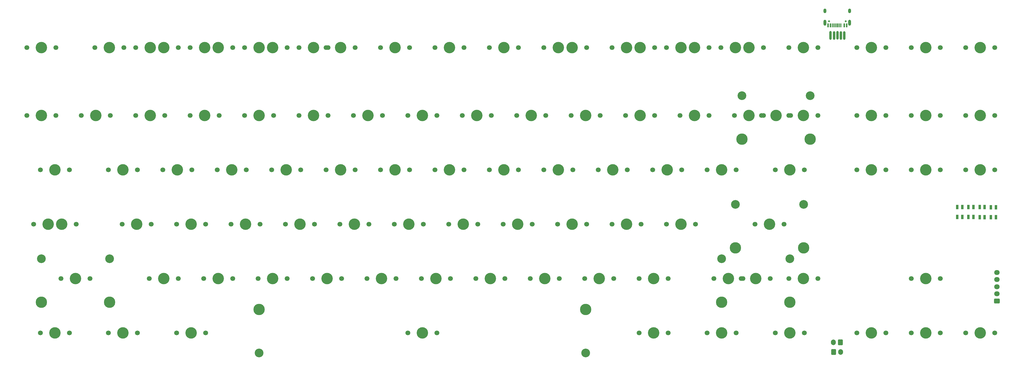
<source format=gbr>
%TF.GenerationSoftware,KiCad,Pcbnew,8.99.0-2209-g89a3b7baa5*%
%TF.CreationDate,2024-09-04T15:50:09+07:00*%
%TF.ProjectId,merisi_ob,6d657269-7369-45f6-9f62-2e6b69636164,rev?*%
%TF.SameCoordinates,Original*%
%TF.FileFunction,Soldermask,Top*%
%TF.FilePolarity,Negative*%
%FSLAX46Y46*%
G04 Gerber Fmt 4.6, Leading zero omitted, Abs format (unit mm)*
G04 Created by KiCad (PCBNEW 8.99.0-2209-g89a3b7baa5) date 2024-09-04 15:50:09*
%MOMM*%
%LPD*%
G01*
G04 APERTURE LIST*
G04 Aperture macros list*
%AMRoundRect*
0 Rectangle with rounded corners*
0 $1 Rounding radius*
0 $2 $3 $4 $5 $6 $7 $8 $9 X,Y pos of 4 corners*
0 Add a 4 corners polygon primitive as box body*
4,1,4,$2,$3,$4,$5,$6,$7,$8,$9,$2,$3,0*
0 Add four circle primitives for the rounded corners*
1,1,$1+$1,$2,$3*
1,1,$1+$1,$4,$5*
1,1,$1+$1,$6,$7*
1,1,$1+$1,$8,$9*
0 Add four rect primitives between the rounded corners*
20,1,$1+$1,$2,$3,$4,$5,0*
20,1,$1+$1,$4,$5,$6,$7,0*
20,1,$1+$1,$6,$7,$8,$9,0*
20,1,$1+$1,$8,$9,$2,$3,0*%
G04 Aperture macros list end*
%ADD10C,0.650000*%
%ADD11R,0.600000X1.450000*%
%ADD12R,0.300000X1.450000*%
%ADD13O,1.000000X2.100000*%
%ADD14O,1.000000X1.600000*%
%ADD15C,1.700000*%
%ADD16C,4.000000*%
%ADD17O,0.800000X3.000000*%
%ADD18C,3.048000*%
%ADD19C,3.987800*%
%ADD20R,0.850000X1.600000*%
%ADD21RoundRect,0.250000X0.725000X-0.600000X0.725000X0.600000X-0.725000X0.600000X-0.725000X-0.600000X0*%
%ADD22O,1.950000X1.700000*%
%ADD23RoundRect,0.250000X-0.600000X-0.750000X0.600000X-0.750000X0.600000X0.750000X-0.600000X0.750000X0*%
%ADD24O,1.700000X2.000000*%
%ADD25RoundRect,0.250000X0.600000X0.750000X-0.600000X0.750000X-0.600000X-0.750000X0.600000X-0.750000X0*%
G04 APERTURE END LIST*
D10*
%TO.C,J3*%
X505890000Y478000000D03*
X500110000Y478000000D03*
D11*
X506250000Y476555000D03*
X505450000Y476555000D03*
D12*
X504250000Y476555000D03*
X503250000Y476555000D03*
X502750000Y476555000D03*
X501750000Y476555000D03*
D11*
X500550000Y476555000D03*
X499750000Y476555000D03*
X499750000Y476555000D03*
X500550000Y476555000D03*
D12*
X501250000Y476555000D03*
X502250000Y476555000D03*
X503750000Y476555000D03*
D11*
X505450000Y476555000D03*
X506250000Y476555000D03*
D13*
X507320000Y477470000D03*
D14*
X507320000Y481650000D03*
D13*
X498680000Y477470000D03*
D14*
X498680000Y481650000D03*
%TD*%
D15*
%TO.C,SW35*%
X528875770Y468763298D03*
D16*
X533955770Y468763298D03*
D15*
X539035770Y468763298D03*
%TD*%
%TO.C,SW47*%
X438388270Y425900798D03*
D16*
X443468270Y425900798D03*
D15*
X448548270Y425900798D03*
%TD*%
%TO.C,SW71*%
X338375770Y387800798D03*
D16*
X343455770Y387800798D03*
D15*
X348535770Y387800798D03*
%TD*%
%TO.C,SW2002*%
X276463270Y468763298D03*
D16*
X281543270Y468763298D03*
D15*
X286623270Y468763298D03*
%TD*%
%TO.C,SW61*%
X386000770Y406850798D03*
D16*
X391080770Y406850798D03*
D15*
X396160770Y406850798D03*
%TD*%
%TO.C,SW3*%
X257413270Y444950798D03*
D16*
X262493270Y444950798D03*
D15*
X267573270Y444950798D03*
%TD*%
D17*
%TO.C,REF\u002A\u002A*%
X500620000Y473050000D03*
X500620000Y473060000D03*
%TD*%
D15*
%TO.C,SW13*%
X447913270Y444950798D03*
D16*
X452993270Y444950798D03*
D15*
X458073270Y444950798D03*
%TD*%
%TO.C,SW95*%
X509825770Y368750798D03*
D16*
X514905770Y368750798D03*
D15*
X519985770Y368750798D03*
%TD*%
D18*
%TO.C,SW65*%
X224435870Y394785798D03*
D19*
X224435870Y379545798D03*
D15*
X231293870Y387800798D03*
D16*
X236373870Y387800798D03*
D15*
X241453870Y387800798D03*
D18*
X248311870Y394785798D03*
D19*
X248311870Y379545798D03*
%TD*%
D18*
%TO.C,SW1000*%
X462486770Y394785798D03*
D19*
X462486770Y379545798D03*
D15*
X469344770Y387800798D03*
D16*
X474424770Y387800798D03*
D15*
X479504770Y387800798D03*
D18*
X486362770Y394785798D03*
D19*
X486362770Y379545798D03*
%TD*%
D15*
%TO.C,SW18*%
X547925770Y444950798D03*
D16*
X553005770Y444950798D03*
D15*
X558085770Y444950798D03*
%TD*%
%TO.C,SW80*%
X486013270Y387800798D03*
D16*
X491093270Y387800798D03*
D15*
X496173270Y387800798D03*
%TD*%
%TO.C,SW72*%
X357425770Y387800798D03*
D16*
X362505770Y387800798D03*
D15*
X367585770Y387800798D03*
%TD*%
D18*
%TO.C,SW1001*%
X469630270Y451935798D03*
D19*
X469630270Y436695798D03*
D15*
X476488270Y444950798D03*
D16*
X481568270Y444950798D03*
D15*
X486648270Y444950798D03*
D18*
X493506270Y451935798D03*
D19*
X493506270Y436695798D03*
%TD*%
D15*
%TO.C,SW4*%
X276463270Y444950798D03*
D16*
X281543270Y444950798D03*
D15*
X286623270Y444950798D03*
%TD*%
%TO.C,SW29*%
X405050770Y468763298D03*
D16*
X410130770Y468763298D03*
D15*
X415210770Y468763298D03*
%TD*%
%TO.C,SW77*%
X224076270Y368750798D03*
D16*
X229156270Y368750798D03*
D15*
X234236270Y368750798D03*
%TD*%
%TO.C,SW76*%
X433625770Y387800798D03*
D16*
X438705770Y387800798D03*
D15*
X443785770Y387800798D03*
%TD*%
%TO.C,SW66*%
X262175770Y387800798D03*
D16*
X267255770Y387800798D03*
D15*
X272335770Y387800798D03*
%TD*%
D17*
%TO.C,REF\u002A\u002A*%
X503020000Y473070000D03*
X503020000Y473060000D03*
%TD*%
D15*
%TO.C,SW46*%
X419338270Y425900798D03*
D16*
X424418270Y425900798D03*
D15*
X429498270Y425900798D03*
%TD*%
%TO.C,SW50*%
X481251270Y425900798D03*
D16*
X486331270Y425900798D03*
D15*
X491411270Y425900798D03*
%TD*%
D17*
%TO.C,REF\u002A\u002A*%
X504220000Y473025000D03*
X504220000Y473035000D03*
%TD*%
D15*
%TO.C,SW33*%
X486013270Y468763298D03*
D16*
X491093270Y468763298D03*
D15*
X496173270Y468763298D03*
%TD*%
%TO.C,SW27*%
X362188270Y468763298D03*
D16*
X367268270Y468763298D03*
D15*
X372348270Y468763298D03*
%TD*%
%TO.C,SW51*%
X509825770Y425900798D03*
D16*
X514905770Y425900798D03*
D15*
X519985770Y425900798D03*
%TD*%
D19*
%TO.C,SW86*%
X300593270Y377005798D03*
D18*
X300593270Y361765798D03*
D15*
X352663270Y368750798D03*
D16*
X357743270Y368750798D03*
D15*
X362823270Y368750798D03*
D19*
X414893270Y377005798D03*
D18*
X414893270Y361765798D03*
%TD*%
D15*
%TO.C,SW1002*%
X221694270Y406850798D03*
D16*
X226774270Y406850798D03*
D15*
X231854270Y406850798D03*
%TD*%
%TO.C,SW8*%
X352663270Y444950798D03*
D16*
X357743270Y444950798D03*
D15*
X362823270Y444950798D03*
%TD*%
%TO.C,SW69*%
X300275770Y387800798D03*
D16*
X305355770Y387800798D03*
D15*
X310435770Y387800798D03*
%TD*%
%TO.C,SW26*%
X343138270Y468763298D03*
D16*
X348218270Y468763298D03*
D15*
X353298270Y468763298D03*
%TD*%
%TO.C,SW40*%
X305038270Y425900798D03*
D16*
X310118270Y425900798D03*
D15*
X315198270Y425900798D03*
%TD*%
%TO.C,SW79*%
X459819770Y387800798D03*
D16*
X464899770Y387800798D03*
D15*
X469979770Y387800798D03*
%TD*%
%TO.C,SW38*%
X266938270Y425900798D03*
D16*
X272018270Y425900798D03*
D15*
X277098270Y425900798D03*
%TD*%
%TO.C,SW41*%
X324088270Y425900798D03*
D16*
X329168270Y425900798D03*
D15*
X334248270Y425900798D03*
%TD*%
%TO.C,SW82*%
X528875770Y387800798D03*
D16*
X533955770Y387800798D03*
D15*
X539035770Y387800798D03*
%TD*%
%TO.C,SW16*%
X509825770Y444950798D03*
D16*
X514905770Y444950798D03*
D15*
X519985770Y444950798D03*
%TD*%
%TO.C,SW55*%
X271700770Y406850798D03*
D16*
X276780770Y406850798D03*
D15*
X281860770Y406850798D03*
%TD*%
%TO.C,SW45*%
X400288270Y425900798D03*
D16*
X405368270Y425900798D03*
D15*
X410448270Y425900798D03*
%TD*%
%TO.C,SW31*%
X443150770Y468763298D03*
D16*
X448230770Y468763298D03*
D15*
X453310770Y468763298D03*
%TD*%
%TO.C,SW2004*%
X314563270Y468763298D03*
D16*
X319643270Y468763298D03*
D15*
X324723270Y468763298D03*
%TD*%
%TO.C,SW39*%
X285988270Y425900798D03*
D16*
X291068270Y425900798D03*
D15*
X296148270Y425900798D03*
%TD*%
D17*
%TO.C,REF\u002A\u002A*%
X501820000Y473015000D03*
X501820000Y473025000D03*
%TD*%
D15*
%TO.C,SW2001*%
X257413270Y468763298D03*
D16*
X262493270Y468763298D03*
D15*
X267573270Y468763298D03*
%TD*%
%TO.C,SW63*%
X424100770Y406850798D03*
D16*
X429180770Y406850798D03*
D15*
X434260770Y406850798D03*
%TD*%
%TO.C,SW28*%
X381238270Y468763298D03*
D16*
X386318270Y468763298D03*
D15*
X391398270Y468763298D03*
%TD*%
%TO.C,SW1*%
X219313270Y444950798D03*
D16*
X224393270Y444950798D03*
D15*
X229473270Y444950798D03*
%TD*%
%TO.C,SW37*%
X247888270Y425900798D03*
D16*
X252968270Y425900798D03*
D15*
X258048270Y425900798D03*
%TD*%
%TO.C,SW68*%
X281225770Y387800798D03*
D16*
X286305770Y387800798D03*
D15*
X291385770Y387800798D03*
%TD*%
%TO.C,SW24*%
X224076270Y425900798D03*
D16*
X229156270Y425900798D03*
D15*
X234236270Y425900798D03*
%TD*%
%TO.C,SW9*%
X371713270Y444950798D03*
D16*
X376793270Y444950798D03*
D15*
X381873270Y444950798D03*
%TD*%
%TO.C,SW49*%
X226457270Y406850798D03*
D16*
X231537270Y406850798D03*
D15*
X236617270Y406850798D03*
%TD*%
%TO.C,SW74*%
X395525770Y387800798D03*
D16*
X400605770Y387800798D03*
D15*
X405685770Y387800798D03*
%TD*%
%TO.C,SW2008*%
X400288270Y468763298D03*
D16*
X405368270Y468763298D03*
D15*
X410448270Y468763298D03*
%TD*%
%TO.C,SW64*%
X443150770Y406850798D03*
D16*
X448230770Y406850798D03*
D15*
X453310770Y406850798D03*
%TD*%
%TO.C,SW23*%
X300275770Y468763298D03*
D16*
X305355770Y468763298D03*
D15*
X310435770Y468763298D03*
%TD*%
%TO.C,SW10*%
X390763270Y444950798D03*
D16*
X395843270Y444950798D03*
D15*
X400923270Y444950798D03*
%TD*%
%TO.C,SW17*%
X528875770Y444950798D03*
D16*
X533955770Y444950798D03*
D15*
X539035770Y444950798D03*
%TD*%
%TO.C,SW97*%
X547925770Y368750798D03*
D16*
X553005770Y368750798D03*
D15*
X558085770Y368750798D03*
%TD*%
%TO.C,SW48*%
X457438270Y425900798D03*
D16*
X462518270Y425900798D03*
D15*
X467598270Y425900798D03*
%TD*%
%TO.C,SW42*%
X343138270Y425900798D03*
D16*
X348218270Y425900798D03*
D15*
X353298270Y425900798D03*
%TD*%
D20*
%TO.C,DRGB3*%
X558465000Y412850000D03*
X556715000Y412850000D03*
X556715000Y409350000D03*
X558465000Y409350000D03*
%TD*%
%TO.C,DRGB1*%
X550625000Y412920000D03*
X548875000Y412920000D03*
X548875000Y409420000D03*
X550625000Y409420000D03*
%TD*%
D15*
%TO.C,SW12*%
X428863270Y444950798D03*
D16*
X433943270Y444950798D03*
D15*
X439023270Y444950798D03*
%TD*%
%TO.C,SW70*%
X319325770Y387800798D03*
D16*
X324405770Y387800798D03*
D15*
X329485770Y387800798D03*
%TD*%
%TO.C,SW57*%
X309800770Y406850798D03*
D16*
X314880770Y406850798D03*
D15*
X319960770Y406850798D03*
%TD*%
%TO.C,SW21*%
X262175770Y468763298D03*
D16*
X267255770Y468763298D03*
D15*
X272335770Y468763298D03*
%TD*%
%TO.C,SW96*%
X528875770Y368750798D03*
D16*
X533955770Y368750798D03*
D15*
X539035770Y368750798D03*
%TD*%
%TO.C,SW20*%
X243125770Y468763298D03*
D16*
X248205770Y468763298D03*
D15*
X253285770Y468763298D03*
%TD*%
%TO.C,SW2009*%
X428863270Y468763298D03*
D16*
X433943270Y468763298D03*
D15*
X439023270Y468763298D03*
%TD*%
%TO.C,SW25*%
X324088270Y468763298D03*
D16*
X329168270Y468763298D03*
D15*
X334248270Y468763298D03*
%TD*%
%TO.C,SW32*%
X462200770Y468763298D03*
D16*
X467280770Y468763298D03*
D15*
X472360770Y468763298D03*
%TD*%
D18*
%TO.C,SW67*%
X467323370Y413835798D03*
D19*
X467323370Y398595798D03*
D15*
X474181370Y406850798D03*
D16*
X479261370Y406850798D03*
D15*
X484341370Y406850798D03*
D18*
X491199370Y413835798D03*
D19*
X491199370Y398595798D03*
%TD*%
D15*
%TO.C,SW19*%
X219313270Y468763298D03*
D16*
X224393270Y468763298D03*
D15*
X229473270Y468763298D03*
%TD*%
%TO.C,SW2003*%
X295513270Y468763298D03*
D16*
X300593270Y468763298D03*
D15*
X305673270Y468763298D03*
%TD*%
%TO.C,SW73*%
X376475770Y387800798D03*
D16*
X381555770Y387800798D03*
D15*
X386635770Y387800798D03*
%TD*%
%TO.C,SW62*%
X405050770Y406850798D03*
D16*
X410130770Y406850798D03*
D15*
X415210770Y406850798D03*
%TD*%
%TO.C,SW75*%
X414575770Y387800798D03*
D16*
X419655770Y387800798D03*
D15*
X424735770Y387800798D03*
%TD*%
%TO.C,SW59*%
X347900770Y406850798D03*
D16*
X352980770Y406850798D03*
D15*
X358060770Y406850798D03*
%TD*%
%TO.C,SW52*%
X528875770Y425900798D03*
D16*
X533955770Y425900798D03*
D15*
X539035770Y425900798D03*
%TD*%
%TO.C,SW56*%
X290750770Y406850798D03*
D16*
X295830770Y406850798D03*
D15*
X300910770Y406850798D03*
%TD*%
%TO.C,SW81*%
X271701270Y368750798D03*
D16*
X276781270Y368750798D03*
D15*
X281861270Y368750798D03*
%TD*%
D17*
%TO.C,REF\u002A\u002A*%
X505410000Y473005000D03*
X505410000Y473015000D03*
%TD*%
D15*
%TO.C,SW44*%
X381238270Y425900798D03*
D16*
X386318270Y425900798D03*
D15*
X391398270Y425900798D03*
%TD*%
%TO.C,SW11*%
X409813270Y444950798D03*
D16*
X414893270Y444950798D03*
D15*
X419973270Y444950798D03*
%TD*%
%TO.C,SW58*%
X328850770Y406850798D03*
D16*
X333930770Y406850798D03*
D15*
X339010770Y406850798D03*
%TD*%
%TO.C,SW22*%
X281225770Y468763298D03*
D16*
X286305770Y468763298D03*
D15*
X291385770Y468763298D03*
%TD*%
%TO.C,SW2010*%
X447913270Y468763298D03*
D16*
X452993270Y468763298D03*
D15*
X458073270Y468763298D03*
%TD*%
%TO.C,SW7*%
X333613270Y444950798D03*
D16*
X338693270Y444950798D03*
D15*
X343773270Y444950798D03*
%TD*%
%TO.C,SW36*%
X547925770Y468763298D03*
D16*
X553005770Y468763298D03*
D15*
X558085770Y468763298D03*
%TD*%
%TO.C,SW2*%
X238363270Y444950798D03*
D16*
X243443270Y444950798D03*
D15*
X248523270Y444950798D03*
%TD*%
D21*
%TO.C,J1*%
X558800000Y379970000D03*
D22*
X558800000Y382470000D03*
X558800000Y384970000D03*
X558800000Y387470000D03*
X558800000Y389970000D03*
%TD*%
D15*
%TO.C,SW5*%
X295513270Y444950798D03*
D16*
X300593270Y444950798D03*
D15*
X305673270Y444950798D03*
%TD*%
%TO.C,SW94*%
X481251270Y368750798D03*
D16*
X486331270Y368750798D03*
D15*
X491411270Y368750798D03*
%TD*%
D20*
%TO.C,DRGB2*%
X552805000Y409360000D03*
X554555000Y409360000D03*
X554555000Y412860000D03*
X552805000Y412860000D03*
%TD*%
D15*
%TO.C,SW15*%
X486013270Y444950798D03*
D16*
X491093270Y444950798D03*
D15*
X496173270Y444950798D03*
%TD*%
%TO.C,SW43*%
X362188270Y425900798D03*
D16*
X367268270Y425900798D03*
D15*
X372348270Y425900798D03*
%TD*%
%TO.C,SW53*%
X547925770Y425900798D03*
D16*
X553005770Y425900798D03*
D15*
X558085770Y425900798D03*
%TD*%
%TO.C,SW30*%
X424100770Y468763298D03*
D16*
X429180770Y468763298D03*
D15*
X434260770Y468763298D03*
%TD*%
%TO.C,SW14*%
X466963270Y444950798D03*
D16*
X472043270Y444950798D03*
D15*
X477123270Y444950798D03*
%TD*%
%TO.C,SW78*%
X247888270Y368750798D03*
D16*
X252968270Y368750798D03*
D15*
X258048270Y368750798D03*
%TD*%
%TO.C,SW34*%
X509825770Y468763298D03*
D16*
X514905770Y468763298D03*
D15*
X519985770Y468763298D03*
%TD*%
%TO.C,SW90*%
X433626270Y368750798D03*
D16*
X438706270Y368750798D03*
D15*
X443786270Y368750798D03*
%TD*%
%TO.C,SW93*%
X457438270Y368750798D03*
D16*
X462518270Y368750798D03*
D15*
X467598270Y368750798D03*
%TD*%
%TO.C,SW2011*%
X466963270Y468763298D03*
D16*
X472043270Y468763298D03*
D15*
X477123270Y468763298D03*
%TD*%
D20*
%TO.C,DRGB4*%
X544985000Y409420000D03*
X546735000Y409420000D03*
X546735000Y412920000D03*
X544985000Y412920000D03*
%TD*%
D15*
%TO.C,SW60*%
X366950770Y406850798D03*
D16*
X372030770Y406850798D03*
D15*
X377110770Y406850798D03*
%TD*%
%TO.C,SW54*%
X252650770Y406850798D03*
D16*
X257730770Y406850798D03*
D15*
X262810770Y406850798D03*
%TD*%
%TO.C,SW6*%
X314563270Y444950798D03*
D16*
X319643270Y444950798D03*
D15*
X324723270Y444950798D03*
%TD*%
D23*
%TO.C,SWboot1*%
X501680000Y362135000D03*
D24*
X504180000Y362135000D03*
%TD*%
D25*
%TO.C,SWboot2*%
X504100000Y365520000D03*
D24*
X501600000Y365520000D03*
%TD*%
M02*

</source>
